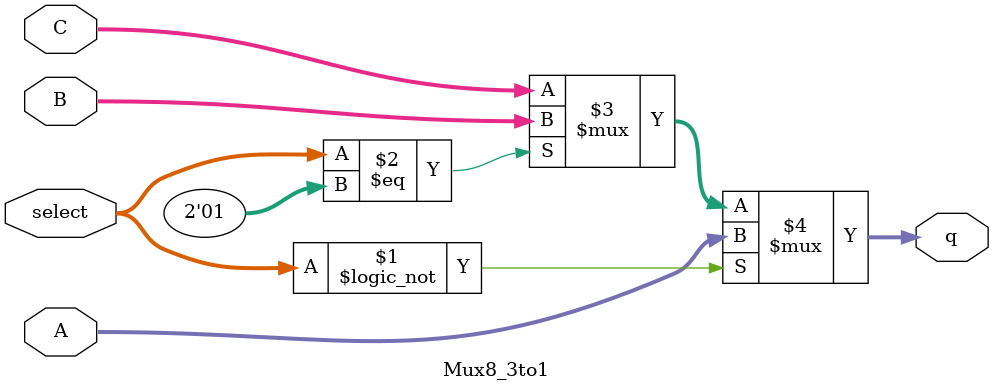
<source format=sv>
module Mux8_3to1(input[7:0] A, B, C, input[1:0] select, output[7:0] q);
  
  assign q = (select==2'b00)?A:((select==2'b01)?B:C);
  
endmodule










</source>
